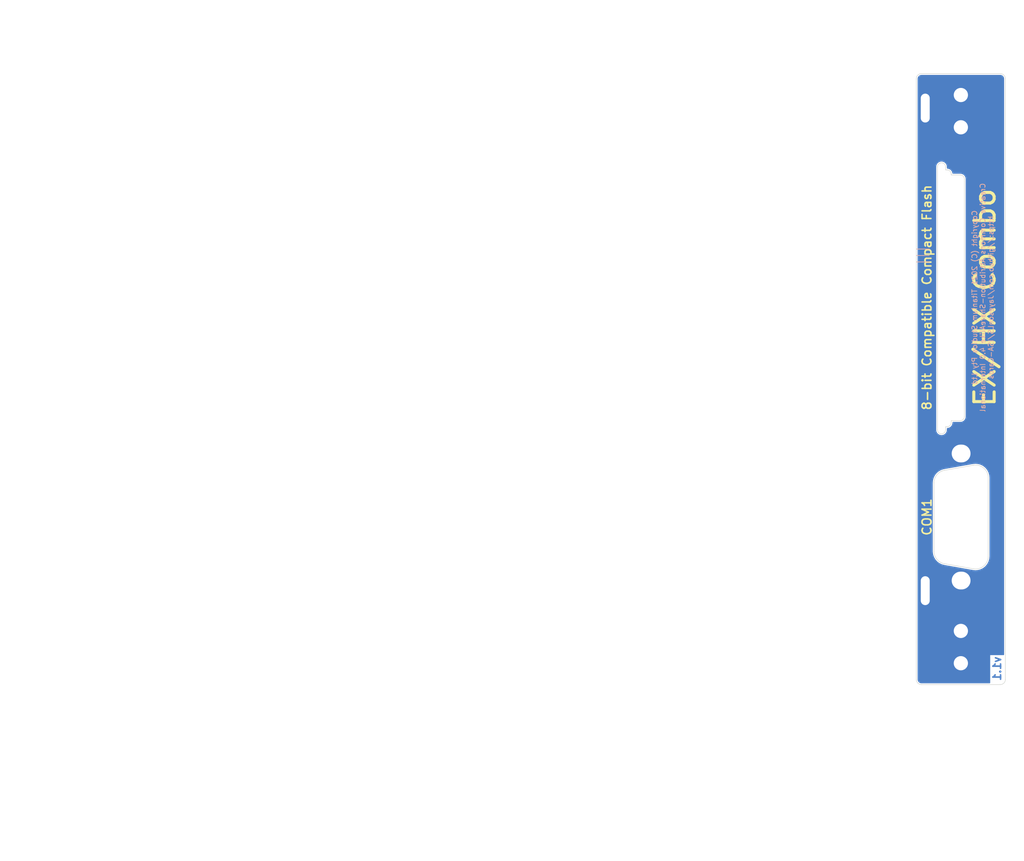
<source format=kicad_pcb>
(kicad_pcb (version 20171130) (host pcbnew "(5.1.9)-1")

  (general
    (thickness 1.6)
    (drawings 100)
    (tracks 0)
    (zones 0)
    (modules 7)
    (nets 2)
  )

  (page A4)
  (layers
    (0 F.Cu signal)
    (31 B.Cu signal)
    (32 B.Adhes user)
    (33 F.Adhes user)
    (34 B.Paste user)
    (35 F.Paste user)
    (36 B.SilkS user)
    (37 F.SilkS user)
    (38 B.Mask user)
    (39 F.Mask user)
    (40 Dwgs.User user)
    (41 Cmts.User user)
    (42 Eco1.User user)
    (43 Eco2.User user)
    (44 Edge.Cuts user)
    (45 Margin user)
    (46 B.CrtYd user)
    (47 F.CrtYd user)
    (48 B.Fab user)
    (49 F.Fab user)
  )

  (setup
    (last_trace_width 0.3)
    (user_trace_width 0.249999)
    (user_trace_width 0.25)
    (user_trace_width 0.3)
    (user_trace_width 0.5)
    (user_trace_width 0.6)
    (user_trace_width 0.8)
    (user_trace_width 1)
    (user_trace_width 1.15)
    (user_trace_width 1.325)
    (user_trace_width 1.35)
    (user_trace_width 1.6)
    (user_trace_width 1.7)
    (trace_clearance 0.2)
    (zone_clearance 0.2)
    (zone_45_only no)
    (trace_min 0.2)
    (via_size 0.8)
    (via_drill 0.4)
    (via_min_size 0.4)
    (via_min_drill 0.3)
    (user_via 0.8 0.4)
    (user_via 1 0.6)
    (uvia_size 0.3)
    (uvia_drill 0.1)
    (uvias_allowed no)
    (uvia_min_size 0.2)
    (uvia_min_drill 0.1)
    (edge_width 0.1)
    (segment_width 0.2)
    (pcb_text_width 0.3)
    (pcb_text_size 1.5 1.5)
    (mod_edge_width 0.15)
    (mod_text_size 1 1)
    (mod_text_width 0.15)
    (pad_size 6.28 2.36)
    (pad_drill 5.68)
    (pad_to_mask_clearance 0)
    (aux_axis_origin 0 0)
    (grid_origin 218.44 124.46)
    (visible_elements 7FFFFFFF)
    (pcbplotparams
      (layerselection 0x010f0_fffffffe)
      (usegerberextensions true)
      (usegerberattributes true)
      (usegerberadvancedattributes true)
      (creategerberjobfile false)
      (excludeedgelayer true)
      (linewidth 0.100000)
      (plotframeref false)
      (viasonmask false)
      (mode 1)
      (useauxorigin false)
      (hpglpennumber 1)
      (hpglpenspeed 20)
      (hpglpendiameter 15.000000)
      (psnegative false)
      (psa4output false)
      (plotreference true)
      (plotvalue true)
      (plotinvisibletext false)
      (padsonsilk false)
      (subtractmaskfromsilk false)
      (outputformat 1)
      (mirror false)
      (drillshape 0)
      (scaleselection 1)
      (outputdirectory "Gerber/"))
  )

  (net 0 "")
  (net 1 GND)

  (net_class Default "This is the default net class."
    (clearance 0.2)
    (trace_width 0.3)
    (via_dia 0.8)
    (via_drill 0.4)
    (uvia_dia 0.3)
    (uvia_drill 0.1)
  )

  (net_class Crystal ""
    (clearance 0.26)
    (trace_width 0.25)
    (via_dia 0.8)
    (via_drill 0.4)
    (uvia_dia 0.3)
    (uvia_drill 0.1)
  )

  (net_class "High V Power" ""
    (clearance 0.26)
    (trace_width 0.5)
    (via_dia 1)
    (via_drill 0.6)
    (uvia_dia 0.3)
    (uvia_drill 0.1)
  )

  (net_class Power ""
    (clearance 0.2)
    (trace_width 0.5)
    (via_dia 1)
    (via_drill 0.6)
    (uvia_dia 0.3)
    (uvia_drill 0.1)
    (add_net GND)
  )

  (module 00Custom:AlignmentHole (layer F.Cu) (tedit 61502BB2) (tstamp 611A231B)
    (at 254.48 134.5 90)
    (descr "Hole for fitting PCB tab at right angles.")
    (path /61187FCA)
    (fp_text reference H5 (at 7.62 0 90) (layer F.SilkS) hide
      (effects (font (size 1 1) (thickness 0.15)))
    )
    (fp_text value AlignmentHole_Pad (at 0 -2.54 90) (layer F.Fab)
      (effects (font (size 1 1) (thickness 0.15)))
    )
    (fp_line (start 2.04 0) (end -2.04 0) (layer B.Mask) (width 3))
    (pad 1 thru_hole oval (at 0 0 90) (size 6.28 2.36) (drill oval 5.68 1.76) (layers B.Cu)
      (net 1 GND))
  )

  (module 00Custom:AlignmentHole (layer F.Cu) (tedit 61502779) (tstamp 615027CD)
    (at 254.48 39.58 90)
    (descr "Hole for fitting PCB tab at right angles.")
    (path /611C6C9E)
    (fp_text reference H6 (at 7.62 0 90) (layer F.SilkS) hide
      (effects (font (size 1 1) (thickness 0.15)))
    )
    (fp_text value AlignmentHole_Pad (at 0 -2.54 90) (layer F.Fab)
      (effects (font (size 1 1) (thickness 0.15)))
    )
    (fp_line (start 2.04 0) (end -2.04 0) (layer B.Mask) (width 3))
    (pad 1 thru_hole oval (at 0 0 90) (size 6.28 2.36) (drill oval 5.68 1.76) (layers B.Cu)
      (net 1 GND))
  )

  (module 00Custom:DB9_Face (layer F.Cu) (tedit 6150219C) (tstamp 611A2371)
    (at 255.28 120.015 270)
    (descr "For right angle DB-9 faceplate. Cutout from: https://content.norcomp.net/rohspdfs/Connectors/PanelCutOuts/Panel_Cutout_D-Sub-Single.pdf")
    (path /611975A0)
    (fp_text reference H7 (at 0 0.5 90) (layer F.SilkS) hide
      (effects (font (size 1 1) (thickness 0.15)))
    )
    (fp_text value "DB-9 Faceplate" (at 0 -0.5 90) (layer F.Fab)
      (effects (font (size 1 1) (thickness 0.15)))
    )
    (fp_line (start -9.19197 -2.98504) (end -9.68617 -2.89804) (layer Dwgs.User) (width 0.12))
    (fp_line (start -10.19197 -8.64504) (end -10.68617 -8.55804) (layer Dwgs.User) (width 0.12))
    (fp_line (start 10.19197 -8.64504) (end 10.68617 -8.55804) (layer Dwgs.User) (width 0.12))
    (fp_line (start 9.19197 -2.98504) (end 9.68617 -2.89804) (layer Dwgs.User) (width 0.12))
    (fp_line (start -6.73 -0.92) (end -6.73 -0.42) (layer Dwgs.User) (width 0.12))
    (fp_line (start -6.73 -3.42) (end -6.23 -3.92) (layer Dwgs.User) (width 0.12))
    (fp_line (start -7.73 -9.08) (end -7.23 -8.58) (layer Dwgs.User) (width 0.12))
    (fp_line (start -7.73 -11.58) (end -7.73 -12.08) (layer Dwgs.User) (width 0.12))
    (fp_line (start 7.73 -11.58) (end 7.73 -12.08) (layer Dwgs.User) (width 0.12))
    (fp_line (start 6.73 -0.92) (end 6.73 -0.42) (layer Dwgs.User) (width 0.12))
    (fp_line (start 7.73 -9.08) (end 7.23 -8.58) (layer Dwgs.User) (width 0.12))
    (fp_line (start 6.73 -3.42) (end 6.23 -3.92) (layer Dwgs.User) (width 0.12))
    (fp_line (start 15.875 0) (end -15.875 0) (layer B.CrtYd) (width 0.05))
    (fp_line (start 15.875 -12.7) (end 15.875 0) (layer B.CrtYd) (width 0.05))
    (fp_line (start -15.875 -12.7) (end 15.875 -12.7) (layer B.CrtYd) (width 0.05))
    (fp_line (start -15.875 0) (end -15.875 -12.7) (layer B.CrtYd) (width 0.05))
    (fp_line (start 15.875 0) (end -15.875 0) (layer F.CrtYd) (width 0.05))
    (fp_line (start 15.875 -12.7) (end 15.875 0) (layer F.CrtYd) (width 0.05))
    (fp_line (start -15.875 -12.7) (end 15.875 -12.7) (layer F.CrtYd) (width 0.05))
    (fp_line (start -15.875 0) (end -15.875 -12.7) (layer F.CrtYd) (width 0.05))
    (fp_text user "To make the DB-9 hole, draw quarter circles on theDwgs.User layer usng the provided guides, move them to the edge cuts layer, then join with lines on the edge cuts layer." (at 0 -17.77 90) (layer Cmts.User)
      (effects (font (size 1 1) (thickness 0.15)))
    )
    (pad 1 thru_hole oval (at 12.49426 -6.25 270) (size 4.1 4.3) (drill oval 3.5 3.7) (layers B.Cu)
      (net 1 GND))
    (pad 1 thru_hole oval (at -12.49426 -6.25 270) (size 4.1 4.3) (drill oval 3.5 3.7) (layers B.Cu)
      (net 1 GND))
  )

  (module MountingHole:MountingHole_3.5mm_Pad (layer F.Cu) (tedit 61502300) (tstamp 611A23D6)
    (at 261.48 43.36)
    (descr "Mounting Hole 3.5mm")
    (tags "mounting hole 3.5mm")
    (path /60D6B05B)
    (attr virtual)
    (fp_text reference H2 (at 5.22 -0.18) (layer F.SilkS) hide
      (effects (font (size 1 1) (thickness 0.15)))
    )
    (fp_text value MountingHole_Pad (at 0 4.5) (layer F.Fab)
      (effects (font (size 1 1) (thickness 0.15)))
    )
    (fp_circle (center 0 0) (end 3.5 0) (layer Cmts.User) (width 0.15))
    (fp_text user %R (at 0.3 0) (layer F.Fab)
      (effects (font (size 1 1) (thickness 0.15)))
    )
    (pad 1 thru_hole circle (at 0 0) (size 4 4) (drill 2.8) (layers B.Cu B.Mask)
      (net 1 GND))
  )

  (module MountingHole:MountingHole_3.5mm_Pad (layer F.Cu) (tedit 615022FC) (tstamp 611A23C4)
    (at 261.48 37.01)
    (descr "Mounting Hole 3.5mm")
    (tags "mounting hole 3.5mm")
    (path /60D6AC46)
    (attr virtual)
    (fp_text reference H1 (at 5.22 -0.18) (layer F.SilkS) hide
      (effects (font (size 1 1) (thickness 0.15)))
    )
    (fp_text value MountingHole_Pad (at 0 4.5) (layer F.Fab)
      (effects (font (size 1 1) (thickness 0.15)))
    )
    (fp_circle (center 0 0) (end 3.5 0) (layer Cmts.User) (width 0.15))
    (fp_text user %R (at 0.3 0) (layer F.Fab)
      (effects (font (size 1 1) (thickness 0.15)))
    )
    (pad 1 thru_hole circle (at 0 0) (size 4 4) (drill 2.8) (layers B.Cu B.Mask)
      (net 1 GND))
  )

  (module MountingHole:MountingHole_3.5mm_Pad (layer F.Cu) (tedit 615022EE) (tstamp 611A23AF)
    (at 261.48 142.42)
    (descr "Mounting Hole 3.5mm")
    (tags "mounting hole 3.5mm")
    (path /60D6B4F1)
    (attr virtual)
    (fp_text reference H3 (at 5.22 -0.18) (layer F.SilkS) hide
      (effects (font (size 1 1) (thickness 0.15)))
    )
    (fp_text value MountingHole_Pad (at 0 4.5) (layer F.Fab)
      (effects (font (size 1 1) (thickness 0.15)))
    )
    (fp_circle (center 0 0) (end 3.5 0) (layer Cmts.User) (width 0.15))
    (fp_text user %R (at 0.3 0) (layer F.Fab)
      (effects (font (size 1 1) (thickness 0.15)))
    )
    (pad 1 thru_hole circle (at 0 0) (size 4 4) (drill 2.8) (layers B.Cu B.Mask)
      (net 1 GND))
  )

  (module MountingHole:MountingHole_3.5mm_Pad (layer F.Cu) (tedit 615022F5) (tstamp 611A2349)
    (at 261.48 148.77)
    (descr "Mounting Hole 3.5mm")
    (tags "mounting hole 3.5mm")
    (path /60D9AE58)
    (attr virtual)
    (fp_text reference H4 (at 5.22 -0.18) (layer F.SilkS) hide
      (effects (font (size 1 1) (thickness 0.15)))
    )
    (fp_text value MountingHole_Pad (at 0 4.5) (layer F.Fab)
      (effects (font (size 1 1) (thickness 0.15)))
    )
    (fp_circle (center 0 0) (end 3.5 0) (layer Cmts.User) (width 0.15))
    (fp_text user %R (at 0.3 0) (layer F.Fab)
      (effects (font (size 1 1) (thickness 0.15)))
    )
    (pad 1 thru_hole circle (at 0 0) (size 4 4) (drill 2.8) (layers B.Cu B.Mask)
      (net 1 GND))
  )

  (gr_poly (pts (xy 271.78 153.67) (xy 251.46 153.67) (xy 251.46 26.67) (xy 271.78 26.67)) (layer F.Mask) (width 0.1))
  (gr_line (start 244.54 37.54) (end 244.54 41.62) (layer Eco1.User) (width 0.1) (tstamp 61169710))
  (gr_poly (pts (xy 268.2875 136.0805) (xy 254.9525 136.0805) (xy 254.9525 103.9495) (xy 268.2875 103.9495)) (layer B.Mask) (width 0.1))
  (gr_line (start 256.88 102.86) (end 256.88 51.14) (layer Edge.Cuts) (width 0.1) (tstamp 6150810E))
  (gr_line (start 262.18 53.54) (end 262.18 100.26) (layer Edge.Cuts) (width 0.1) (tstamp 6150810D))
  (gr_line (start 266.860096 127.745835) (end 266.86 112.285) (layer Edge.Cuts) (width 0.1) (tstamp 6150806E))
  (gr_line (start 258.26588 129.207019) (end 263.925041 130.206969) (layer Edge.Cuts) (width 0.1) (tstamp 6150806D))
  (gr_line (start 256.199904 113.285835) (end 256.2 126.745) (layer Edge.Cuts) (width 0.1) (tstamp 6150806C))
  (gr_line (start 263.92588 109.822981) (end 258.265041 110.823031) (layer Edge.Cuts) (width 0.1) (tstamp 6150806B))
  (gr_arc (start 264.36 127.745) (end 263.925041 130.206969) (angle -100) (layer Edge.Cuts) (width 0.1))
  (gr_arc (start 258.7 126.745) (end 256.2 126.745) (angle -80) (layer Edge.Cuts) (width 0.1))
  (gr_arc (start 258.7 113.285) (end 258.265041 110.823031) (angle -80) (layer Edge.Cuts) (width 0.1))
  (gr_arc (start 264.36 112.285) (end 266.86 112.285) (angle -100) (layer Edge.Cuts) (width 0.1))
  (gr_text v1.1 (at 268.605 152.4 90) (layer B.Cu)
    (effects (font (size 1.5 1.5) (thickness 0.3)) (justify right mirror))
  )
  (gr_line (start 258.78 102.26) (end 258.48 102.26) (layer Edge.Cuts) (width 0.1) (tstamp 6150688E))
  (gr_arc (start 257.68 102.86) (end 256.88 102.86) (angle -180) (layer Edge.Cuts) (width 0.1))
  (gr_arc (start 258.78 101.46) (end 258.78 102.26) (angle -90) (layer Edge.Cuts) (width 0.1))
  (gr_arc (start 261.38 100.26) (end 261.38 101.06) (angle -90) (layer Edge.Cuts) (width 0.1))
  (gr_arc (start 261.38 53.54) (end 262.18 53.54) (angle -90) (layer Edge.Cuts) (width 0.1))
  (gr_line (start 259.58 52.54) (end 259.58 52.74) (layer Edge.Cuts) (width 0.1) (tstamp 61506850))
  (gr_line (start 258.48 51.74) (end 258.78 51.74) (layer Edge.Cuts) (width 0.1) (tstamp 6150684F))
  (gr_arc (start 258.78 52.54) (end 259.58 52.54) (angle -90) (layer Edge.Cuts) (width 0.1))
  (gr_arc (start 257.68 51.14) (end 258.48 51.14) (angle -180) (layer Edge.Cuts) (width 0.1))
  (gr_arc (start 269.23 33.81) (end 270.23 33.81) (angle -90) (layer Edge.Cuts) (width 0.1))
  (gr_arc (start 269.23 151.97) (end 269.23 152.97) (angle -90) (layer Edge.Cuts) (width 0.1))
  (gr_arc (start 253.73 151.97) (end 252.73 151.97) (angle -90) (layer Edge.Cuts) (width 0.1))
  (gr_arc (start 253.73 33.81) (end 253.73 32.81) (angle -90) (layer Edge.Cuts) (width 0.1))
  (gr_line (start 270.23 151.97) (end 270.23 33.81) (layer Edge.Cuts) (width 0.1) (tstamp 611CCADA))
  (gr_line (start 243.24 37.54) (end 120.03 37.54) (layer Eco1.User) (width 0.1) (tstamp 611CCAD9))
  (gr_text "Copyright (C) 2021 Titanium Studios Pty Ltd\nCreative Commons Attribution-ShareAlike 4.0 International\nhttps://github.com/JayesonLS/ISA-Cards" (at 265.785 76.835 90) (layer B.SilkS) (tstamp 611A9C25)
    (effects (font (size 1 1) (thickness 0.15)) (justify mirror))
  )
  (gr_line (start 252.73 33.81) (end 252.73 151.97) (layer Edge.Cuts) (width 0.1) (tstamp 611A22FC))
  (gr_line (start 243.24 103.902) (end 243.24 45.032) (layer Eco1.User) (width 0.1) (tstamp 611A2412))
  (gr_line (start 252.73 69.85) (end 255.27 69.85) (layer B.SilkS) (width 0.15) (tstamp 611A22C3))
  (gr_line (start 252.73 67.31) (end 255.27 67.31) (layer B.SilkS) (width 0.15) (tstamp 611A22BD))
  (gr_line (start 252.73 68.58) (end 255.27 68.58) (layer B.SilkS) (width 0.15) (tstamp 611A22C0))
  (gr_text "EX/HX Combo" (at 266.205 76.835 90) (layer F.SilkS) (tstamp 611A22B4)
    (effects (font (size 4 4) (thickness 0.6)))
  )
  (gr_text "8-bit Compatible Compact Flash" (at 254.805 76.835 90) (layer F.SilkS) (tstamp 611A22AE)
    (effects (font (size 1.75 1.75) (thickness 0.3)))
  )
  (gr_text COM1 (at 254.805 120.015 90) (layer F.SilkS) (tstamp 611A22B1)
    (effects (font (size 1.75 1.75) (thickness 0.3)))
  )
  (gr_line (start 243.24 37.54) (end 243.24 37.952) (layer Eco1.User) (width 0.1) (tstamp 61168743))
  (gr_arc (start 243.24 42.12) (end 243.24 41.62) (angle -180) (layer Eco1.User) (width 0.1) (tstamp 6116870B))
  (gr_line (start 243.24 129.048) (end 243.24 110.982) (layer Eco1.User) (width 0.1) (tstamp 611686C8))
  (gr_arc (start 243.24 131.96) (end 243.24 131.46) (angle -180) (layer Eco1.User) (width 0.1) (tstamp 61168676))
  (gr_line (start 243.24 37.54) (end 244.54 37.54) (layer Eco1.User) (width 0.1) (tstamp 611696FC))
  (gr_line (start 244.54 136.54) (end 244.54 132.46) (layer Eco1.User) (width 0.1) (tstamp 611696F3))
  (gr_line (start 243.24 132.46) (end 244.54 132.46) (layer Eco1.User) (width 0.1) (tstamp 611696E8))
  (gr_line (start 259.58 101.06) (end 259.58 101.46) (layer Edge.Cuts) (width 0.1) (tstamp 611A22F3))
  (gr_line (start 258.48 51.74) (end 258.48 51.14) (layer Edge.Cuts) (width 0.1) (tstamp 611A22ED))
  (gr_line (start 258.48 102.86) (end 258.48 102.26) (layer Edge.Cuts) (width 0.1) (tstamp 611A22EA))
  (gr_line (start 259.58 52.74) (end 261.38 52.74) (layer Edge.Cuts) (width 0.1) (tstamp 611A23E9))
  (gr_line (start 259.58 101.06) (end 261.38 101.06) (layer Edge.Cuts) (width 0.1) (tstamp 611A23E6))
  (gr_line (start 189.23 55.88) (end 190.5 54.61) (layer Cmts.User) (width 0.15))
  (gr_line (start 187.96 54.61) (end 189.23 55.88) (layer Cmts.User) (width 0.15) (tstamp 60D623A5))
  (gr_line (start 189.23 26.67) (end 189.23 55.88) (layer Cmts.User) (width 0.15))
  (gr_text "On the HX, there is a screw thread poking \nup here. It will not touch the board, however \nit is taller than the insulated metal shield, \nso avoid using any through hole pads here." (at 210.82 22.86) (layer Cmts.User)
    (effects (font (size 1 1) (thickness 0.15)) (justify right))
  )
  (gr_line (start 244.54 136.54) (end 120.03 136.54) (layer Eco1.User) (width 0.1))
  (dimension 17.5 (width 0.15) (layer Dwgs.User) (tstamp 611A2303)
    (gr_text "17.500 mm" (at 261.48 19.02) (layer Dwgs.User) (tstamp 611A2303)
      (effects (font (size 1 1) (thickness 0.15)))
    )
    (feature1 (pts (xy 270.23 27.46) (xy 270.23 19.733579)))
    (feature2 (pts (xy 252.73 27.46) (xy 252.73 19.733579)))
    (crossbar (pts (xy 252.73 20.32) (xy 270.23 20.32)))
    (arrow1a (pts (xy 270.23 20.32) (xy 269.103496 20.906421)))
    (arrow1b (pts (xy 270.23 20.32) (xy 269.103496 19.733579)))
    (arrow2a (pts (xy 252.73 20.32) (xy 253.856504 20.906421)))
    (arrow2b (pts (xy 252.73 20.32) (xy 253.856504 19.733579)))
  )
  (dimension 124.51 (width 0.15) (layer Dwgs.User)
    (gr_text "124.510 mm" (at 182.285 160.05) (layer Dwgs.User)
      (effects (font (size 1 1) (thickness 0.15)))
    )
    (feature1 (pts (xy 244.54 137.92) (xy 244.54 159.336421)))
    (feature2 (pts (xy 120.03 137.92) (xy 120.03 159.336421)))
    (crossbar (pts (xy 120.03 158.75) (xy 244.54 158.75)))
    (arrow1a (pts (xy 244.54 158.75) (xy 243.413496 159.336421)))
    (arrow1b (pts (xy 244.54 158.75) (xy 243.413496 158.163579)))
    (arrow2a (pts (xy 120.03 158.75) (xy 121.156504 159.336421)))
    (arrow2b (pts (xy 120.03 158.75) (xy 121.156504 158.163579)))
  )
  (gr_text "Board may extend 6mm into these voids around the board supports," (at 162.56 33.02) (layer Cmts.User)
    (effects (font (size 1 1) (thickness 0.15)))
  )
  (gr_line (start 243.24 41.62) (end 244.54 41.62) (layer Eco1.User) (width 0.1))
  (gr_line (start 91.84 142.54) (end 242.84 142.54) (layer Dwgs.User) (width 0.15) (tstamp 60CF523A))
  (gr_line (start 230.84 141.04) (end 242.84 141.04) (layer Dwgs.User) (width 0.15))
  (gr_line (start 230.84 146.04) (end 230.84 141.04) (layer Dwgs.User) (width 0.15))
  (gr_line (start 115.84 146.04) (end 230.84 146.04) (layer Dwgs.User) (width 0.15))
  (gr_line (start 120.03 136.54) (end 120.03 37.54) (layer Eco1.User) (width 0.1))
  (gr_text "Where PCB aligns with bracket." (at 254.48 83.82 90) (layer Cmts.User)
    (effects (font (size 1 1) (thickness 0.15)))
  )
  (gr_line (start 255.28 27.46) (end 255.28 151.97) (layer Dwgs.User) (width 0.15) (tstamp 611A2314))
  (gr_line (start 253.68 27.46) (end 253.68 151.97) (layer Dwgs.User) (width 0.15) (tstamp 611A230B))
  (gr_text "These small markers show where connectors can \nprotrude through the back plate without hitting the \nedge of the EX/HX case, for each of the 3 hole positions" (at 247.65 138.43 90) (layer Cmts.User)
    (effects (font (size 1 1) (thickness 0.15)))
  )
  (gr_line (start 253.73 152.97) (end 269.23 152.97) (layer Edge.Cuts) (width 0.1) (tstamp 611A2311))
  (gr_line (start 253.73 32.81) (end 269.23 32.81) (layer Edge.Cuts) (width 0.1) (tstamp 611A2308))
  (gr_line (start 109.44 31.04) (end 87.63 31.04) (layer Dwgs.User) (width 0.15))
  (gr_line (start 109.44 37.04) (end 109.44 31.04) (layer Dwgs.User) (width 0.15) (tstamp 60D1C746))
  (gr_line (start 216.84 37.04) (end 216.84 35.08) (layer Dwgs.User) (width 0.15) (tstamp 60D1C713))
  (gr_line (start 131.14 37.04) (end 131.14 35.08) (layer Dwgs.User) (width 0.15) (tstamp 60D1C6A2))
  (gr_line (start 195.14 37.04) (end 195.14 35.08) (layer Dwgs.User) (width 0.15))
  (gr_text "Maxium recommended length. \nThis will almost reach the ROM \nwhen a SmartWatch is fitted in an HX.\nTall components this far back will hit \nthe top of the case when the board is\nin the top position." (at 77.47 91.44 90) (layer Cmts.User)
    (effects (font (size 1 1) (thickness 0.15)))
  )
  (gr_line (start 82.84 142.54) (end 82.84 37.04) (layer Dwgs.User) (width 0.15) (tstamp 60CF4017))
  (gr_line (start 224.84 35.08) (end 224.84 136.77) (layer Dwgs.User) (width 0.15) (tstamp 6116B676))
  (gr_text "When in the bottom board position, there \nis a plastic structure and screw under this \narea. Traces and fill will be fine within the \narea, however, avoid any through hole pads." (at 214.63 33.02) (layer Cmts.User)
    (effects (font (size 1 1) (thickness 0.15)))
  )
  (gr_circle (center 189.64 56.54) (end 191.34 56.54) (layer Dwgs.User) (width 0.15) (tstamp 60CF3FCF))
  (gr_line (start 127.14 48.04) (end 129.14 48.04) (layer Dwgs.User) (width 0.15) (tstamp 60CF3C83))
  (gr_line (start 113.44 42.24) (end 127.14 42.24) (layer Dwgs.User) (width 0.15) (tstamp 60CF3C80))
  (gr_line (start 111.44 48.04) (end 113.44 48.04) (layer Dwgs.User) (width 0.15) (tstamp 60CF3C7E))
  (gr_line (start 113.44 48.04) (end 113.44 42.24) (layer Dwgs.User) (width 0.15) (tstamp 60CF3C61))
  (gr_line (start 129.14 37.54) (end 129.14 48.04) (layer Dwgs.User) (width 0.15) (tstamp 60CF3BBC))
  (gr_line (start 111.44 37.54) (end 111.44 48.04) (layer Dwgs.User) (width 0.15) (tstamp 60CF3BB9))
  (gr_line (start 127.14 48.04) (end 127.14 42.24) (layer Dwgs.User) (width 0.15) (tstamp 60CF3BB8))
  (gr_line (start 199.14 48.04) (end 197.14 48.04) (layer Dwgs.User) (width 0.15) (tstamp 60CF3BA2))
  (gr_line (start 212.84 42.24) (end 199.14 42.24) (layer Dwgs.User) (width 0.15) (tstamp 60CF3BA0))
  (gr_line (start 214.84 48.04) (end 212.84 48.04) (layer Dwgs.User) (width 0.15) (tstamp 60CF3B9E))
  (gr_line (start 199.14 48.04) (end 199.14 42.24) (layer Dwgs.User) (width 0.15) (tstamp 60CF3956))
  (gr_line (start 197.14 37.54) (end 197.14 48.04) (layer Dwgs.User) (width 0.15) (tstamp 60CF394B))
  (gr_line (start 212.84 48.04) (end 212.84 42.24) (layer Dwgs.User) (width 0.15))
  (gr_line (start 214.84 37.54) (end 214.84 48.04) (layer Dwgs.User) (width 0.15))
  (gr_line (start 244.84 151.97) (end 243.24 151.97) (layer Dwgs.User) (width 0.15) (tstamp 60CF61BC))
  (gr_line (start 243.24 35.08) (end 243.24 151.97) (layer Dwgs.User) (width 0.15))
  (gr_line (start 244.84 35.08) (end 244.84 151.97) (layer Dwgs.User) (width 0.15))
  (gr_text "Tandy DMA/Memory PCB outline (approx)." (at 108.204 141.478) (layer Cmts.User)
    (effects (font (size 1 1) (thickness 0.15)))
  )
  (gr_text "Rob Krenecki's 3in1 PCB outline (approx)." (at 132.588 145.034) (layer Cmts.User)
    (effects (font (size 1 1) (thickness 0.15)))
  )
  (gr_line (start 242.84 142.54) (end 242.84 35.08) (layer Dwgs.User) (width 0.15) (tstamp 60CF5A3D))

  (zone (net 1) (net_name GND) (layer B.Cu) (tstamp 61506C0A) (hatch edge 0.508)
    (connect_pads yes (clearance 0.2))
    (min_thickness 0.254)
    (fill yes (arc_segments 32) (thermal_gap 0.508) (thermal_bridge_width 0.508))
    (polygon
      (pts
        (xy 271.78 153.67) (xy 251.46 153.67) (xy 251.46 26.67) (xy 271.78 26.67)
      )
    )
    (filled_polygon
      (pts
        (xy 269.350656 33.200639) (xy 269.466722 33.235681) (xy 269.573764 33.292597) (xy 269.667714 33.369221) (xy 269.74499 33.462631)
        (xy 269.802654 33.569279) (xy 269.838504 33.68509) (xy 269.853001 33.823018) (xy 269.853 147.058714) (xy 267.123 147.058714)
        (xy 267.123 152.593) (xy 253.748442 152.593) (xy 253.609341 152.579361) (xy 253.49328 152.544319) (xy 253.386239 152.487405)
        (xy 253.292288 152.410781) (xy 253.215009 152.317368) (xy 253.157346 152.210722) (xy 253.121496 152.094909) (xy 253.107 151.956991)
        (xy 253.107 113.267319) (xy 255.822904 113.267319) (xy 255.823001 126.744992) (xy 255.823 126.745001) (xy 255.823001 126.745124)
        (xy 255.823001 126.763521) (xy 255.823259 126.766138) (xy 255.824012 126.820069) (xy 255.826067 126.838393) (xy 255.826325 126.856827)
        (xy 255.826948 126.862055) (xy 255.8881 127.346122) (xy 255.89566 127.379398) (xy 255.902774 127.412865) (xy 255.904401 127.417872)
        (xy 256.058411 127.880842) (xy 256.072308 127.912055) (xy 256.085769 127.943463) (xy 256.088337 127.948058) (xy 256.329338 128.372297)
        (xy 256.349023 128.400201) (xy 256.368339 128.428412) (xy 256.371751 128.432421) (xy 256.690565 128.80177) (xy 256.715304 128.825328)
        (xy 256.739722 128.84924) (xy 256.743848 128.85251) (xy 257.12833 129.1529) (xy 257.157162 129.171198) (xy 257.185772 129.189919)
        (xy 257.190453 129.192325) (xy 257.625959 129.412314) (xy 257.657789 129.42466) (xy 257.689496 129.43747) (xy 257.694556 129.438921)
        (xy 258.164498 129.570131) (xy 258.164503 129.570132) (xy 258.182046 129.575045) (xy 263.877678 130.58144) (xy 263.894711 130.582749)
        (xy 264.344947 130.620708) (xy 264.377771 130.62026) (xy 264.410662 130.620501) (xy 264.415901 130.619989) (xy 264.901178 130.569148)
        (xy 264.934637 130.562291) (xy 264.968218 130.555897) (xy 264.973258 130.554377) (xy 265.439418 130.410247) (xy 265.470902 130.397024)
        (xy 265.502607 130.384227) (xy 265.507256 130.381757) (xy 265.936544 130.149827) (xy 265.964837 130.130757) (xy 265.993475 130.11203)
        (xy 265.997555 130.108704) (xy 266.373619 129.79781) (xy 266.397711 129.773565) (xy 266.422125 129.749673) (xy 266.425482 129.745618)
        (xy 266.733996 129.367599) (xy 266.752905 129.339159) (xy 266.772227 129.310959) (xy 266.774733 129.306329) (xy 267.003948 128.875587)
        (xy 267.016977 128.844007) (xy 267.030451 128.812598) (xy 267.032009 128.80757) (xy 267.173193 128.34051) (xy 267.17984 128.306999)
        (xy 267.186956 128.273573) (xy 267.187508 128.268338) (xy 267.235284 127.782749) (xy 267.237096 127.764351) (xy 267.236999 112.266479)
        (xy 267.235329 112.249519) (xy 267.194376 111.799534) (xy 267.18822 111.767264) (xy 267.182739 111.734859) (xy 267.181324 111.729788)
        (xy 267.046837 111.260774) (xy 267.03426 111.229008) (xy 267.022124 111.197062) (xy 267.019751 111.192363) (xy 266.796726 110.758404)
        (xy 266.778233 110.729709) (xy 266.760109 110.700705) (xy 266.756868 110.696557) (xy 266.453801 110.314182) (xy 266.430082 110.289621)
        (xy 266.406675 110.264695) (xy 266.40269 110.261255) (xy 266.031125 109.945028) (xy 266.003068 109.925528) (xy 265.975284 109.905637)
        (xy 265.970707 109.903036) (xy 265.544796 109.665003) (xy 265.513492 109.651326) (xy 265.482367 109.637208) (xy 265.477376 109.635547)
        (xy 265.47737 109.635545) (xy 265.013339 109.484772) (xy 264.979967 109.477435) (xy 264.9467 109.469632) (xy 264.941479 109.468972)
        (xy 264.941477 109.468972) (xy 264.456994 109.411201) (xy 264.422851 109.410486) (xy 264.388684 109.409293) (xy 264.383433 109.40966)
        (xy 263.896957 109.447092) (xy 263.896946 109.447094) (xy 263.87853 109.448509) (xy 258.199452 110.451781) (xy 258.199451 110.451781)
        (xy 258.199435 110.451784) (xy 258.181219 110.455002) (xy 258.17868 110.455713) (xy 258.1257 110.465838) (xy 258.108017 110.471049)
        (xy 258.089905 110.47451) (xy 258.084866 110.476033) (xy 257.618802 110.620474) (xy 257.587286 110.633735) (xy 257.55563 110.646537)
        (xy 257.550983 110.649009) (xy 257.121851 110.881225) (xy 257.093541 110.900335) (xy 257.064944 110.919062) (xy 257.060866 110.92239)
        (xy 256.685011 111.233536) (xy 256.660936 111.257796) (xy 256.636538 111.281705) (xy 256.633183 111.285762) (xy 256.324921 111.663985)
        (xy 256.306018 111.692457) (xy 256.286727 111.720652) (xy 256.284228 111.725279) (xy 256.284225 111.725283) (xy 256.284225 111.725284)
        (xy 256.055298 112.156179) (xy 256.042293 112.187761) (xy 256.028837 112.219186) (xy 256.027282 112.224215) (xy 255.88641 112.691371)
        (xy 255.879782 112.724902) (xy 255.872692 112.758316) (xy 255.872143 112.763551) (xy 255.824691 113.249171) (xy 255.822904 113.267319)
        (xy 253.107 113.267319) (xy 253.107 102.878518) (xy 256.503 102.878518) (xy 256.504878 102.897584) (xy 256.504878 102.907959)
        (xy 256.505428 102.913194) (xy 256.522832 103.068353) (xy 256.529935 103.101772) (xy 256.536573 103.135294) (xy 256.538129 103.140322)
        (xy 256.585339 103.289147) (xy 256.59879 103.32053) (xy 256.61182 103.352144) (xy 256.614324 103.356774) (xy 256.689541 103.493594)
        (xy 256.708852 103.521797) (xy 256.727755 103.550249) (xy 256.731103 103.554296) (xy 256.731109 103.554304) (xy 256.731116 103.55431)
        (xy 256.831471 103.673909) (xy 256.855862 103.697794) (xy 256.87996 103.722061) (xy 256.88404 103.725389) (xy 257.005719 103.823221)
        (xy 257.0343 103.841924) (xy 257.062639 103.861038) (xy 257.067286 103.86351) (xy 257.205652 103.935846) (xy 257.237362 103.948658)
        (xy 257.268832 103.961886) (xy 257.273871 103.963408) (xy 257.423652 104.007491) (xy 257.457208 104.013892) (xy 257.490687 104.020764)
        (xy 257.495926 104.021278) (xy 257.651416 104.035429) (xy 257.685586 104.035191) (xy 257.719755 104.035429) (xy 257.724994 104.034916)
        (xy 257.880271 104.018595) (xy 257.913719 104.011728) (xy 257.947303 104.005322) (xy 257.952343 104.0038) (xy 258.101492 103.957631)
        (xy 258.132941 103.944411) (xy 258.164675 103.931589) (xy 258.169323 103.929118) (xy 258.306665 103.854857) (xy 258.33498 103.835758)
        (xy 258.363583 103.817041) (xy 258.367662 103.813714) (xy 258.487965 103.714191) (xy 258.512012 103.689975) (xy 258.536456 103.666038)
        (xy 258.539811 103.661982) (xy 258.638491 103.540988) (xy 258.657394 103.512536) (xy 258.676704 103.484334) (xy 258.679208 103.479704)
        (xy 258.752508 103.341847) (xy 258.765519 103.31028) (xy 258.77899 103.278849) (xy 258.780547 103.27382) (xy 258.825674 103.124351)
        (xy 258.832316 103.090807) (xy 258.839414 103.057411) (xy 258.839965 103.052176) (xy 258.855201 102.896789) (xy 258.855201 102.896785)
        (xy 258.857 102.878519) (xy 258.857 102.631552) (xy 258.980271 102.618595) (xy 259.013719 102.611728) (xy 259.047303 102.605322)
        (xy 259.052343 102.6038) (xy 259.201492 102.557631) (xy 259.232941 102.544411) (xy 259.264675 102.531589) (xy 259.269323 102.529118)
        (xy 259.406665 102.454857) (xy 259.43498 102.435758) (xy 259.463583 102.417041) (xy 259.467662 102.413714) (xy 259.587965 102.314191)
        (xy 259.612012 102.289975) (xy 259.636456 102.266038) (xy 259.639811 102.261982) (xy 259.738491 102.140988) (xy 259.757394 102.112536)
        (xy 259.776704 102.084334) (xy 259.779208 102.079704) (xy 259.852508 101.941847) (xy 259.865519 101.91028) (xy 259.87899 101.878849)
        (xy 259.880547 101.87382) (xy 259.925674 101.724351) (xy 259.932316 101.690807) (xy 259.939414 101.657411) (xy 259.939965 101.652176)
        (xy 259.955201 101.496789) (xy 259.955201 101.496785) (xy 259.957 101.478519) (xy 259.957 101.437) (xy 261.398519 101.437)
        (xy 261.414819 101.435395) (xy 261.419755 101.435429) (xy 261.424994 101.434916) (xy 261.580271 101.418595) (xy 261.613719 101.411728)
        (xy 261.647303 101.405322) (xy 261.652343 101.4038) (xy 261.801492 101.357631) (xy 261.832941 101.344411) (xy 261.864675 101.331589)
        (xy 261.869323 101.329118) (xy 262.006665 101.254857) (xy 262.03498 101.235758) (xy 262.063583 101.217041) (xy 262.067662 101.213714)
        (xy 262.187965 101.114191) (xy 262.212012 101.089975) (xy 262.236456 101.066038) (xy 262.239811 101.061982) (xy 262.338491 100.940988)
        (xy 262.357394 100.912536) (xy 262.376704 100.884334) (xy 262.379208 100.879704) (xy 262.452508 100.741847) (xy 262.465519 100.71028)
        (xy 262.47899 100.678849) (xy 262.480547 100.67382) (xy 262.525674 100.524351) (xy 262.532316 100.490807) (xy 262.539414 100.457411)
        (xy 262.539965 100.452176) (xy 262.555201 100.296789) (xy 262.555201 100.296785) (xy 262.557 100.278519) (xy 262.557 53.521481)
        (xy 262.555395 53.505181) (xy 262.555429 53.500245) (xy 262.554916 53.495006) (xy 262.538595 53.339729) (xy 262.531728 53.306281)
        (xy 262.525322 53.272697) (xy 262.5238 53.267657) (xy 262.477631 53.118507) (xy 262.464401 53.087033) (xy 262.451589 53.055325)
        (xy 262.449118 53.050677) (xy 262.374857 52.913335) (xy 262.35574 52.884993) (xy 262.33704 52.856417) (xy 262.333714 52.852337)
        (xy 262.234191 52.732035) (xy 262.209939 52.707952) (xy 262.186037 52.683544) (xy 262.181981 52.680188) (xy 262.060988 52.581509)
        (xy 262.032569 52.562628) (xy 262.004335 52.543296) (xy 261.999704 52.540792) (xy 261.861847 52.467492) (xy 261.830268 52.454476)
        (xy 261.798849 52.44101) (xy 261.79382 52.439453) (xy 261.644351 52.394326) (xy 261.610807 52.387684) (xy 261.577411 52.380586)
        (xy 261.572176 52.380035) (xy 261.416789 52.364799) (xy 261.416785 52.364799) (xy 261.398519 52.363) (xy 259.941041 52.363)
        (xy 259.938595 52.339729) (xy 259.931728 52.306281) (xy 259.925322 52.272697) (xy 259.9238 52.267657) (xy 259.877631 52.118507)
        (xy 259.864401 52.087033) (xy 259.851589 52.055325) (xy 259.849118 52.050677) (xy 259.774857 51.913335) (xy 259.75574 51.884993)
        (xy 259.73704 51.856417) (xy 259.733714 51.852337) (xy 259.634191 51.732035) (xy 259.609939 51.707952) (xy 259.586037 51.683544)
        (xy 259.581981 51.680188) (xy 259.460988 51.581509) (xy 259.432569 51.562628) (xy 259.404335 51.543296) (xy 259.399704 51.540792)
        (xy 259.261847 51.467492) (xy 259.230268 51.454476) (xy 259.198849 51.44101) (xy 259.19382 51.439453) (xy 259.044351 51.394326)
        (xy 259.010807 51.387684) (xy 258.977411 51.380586) (xy 258.972176 51.380035) (xy 258.857 51.368742) (xy 258.857 51.121481)
        (xy 258.855122 51.102415) (xy 258.855122 51.092041) (xy 258.854572 51.086806) (xy 258.837168 50.931647) (xy 258.830066 50.898234)
        (xy 258.823427 50.864706) (xy 258.821871 50.859677) (xy 258.774661 50.710853) (xy 258.761191 50.679425) (xy 258.748179 50.647856)
        (xy 258.745676 50.643225) (xy 258.670459 50.506406) (xy 258.651164 50.478226) (xy 258.632245 50.449751) (xy 258.628889 50.445694)
        (xy 258.528529 50.326091) (xy 258.504155 50.302223) (xy 258.480039 50.277938) (xy 258.47596 50.274611) (xy 258.35428 50.176778)
        (xy 258.325682 50.158064) (xy 258.297361 50.138962) (xy 258.292713 50.13649) (xy 258.154348 50.064154) (xy 258.12265 50.051347)
        (xy 258.091168 50.038114) (xy 258.086129 50.036592) (xy 257.936349 49.992509) (xy 257.902787 49.986107) (xy 257.869314 49.979236)
        (xy 257.864075 49.978722) (xy 257.708584 49.964571) (xy 257.674415 49.964809) (xy 257.640245 49.964571) (xy 257.635006 49.965084)
        (xy 257.479729 49.981405) (xy 257.446281 49.988272) (xy 257.412697 49.994678) (xy 257.407657 49.9962) (xy 257.258507 50.042369)
        (xy 257.227033 50.055599) (xy 257.195325 50.068411) (xy 257.190677 50.070882) (xy 257.053335 50.145143) (xy 257.024993 50.16426)
        (xy 256.996417 50.18296) (xy 256.992337 50.186286) (xy 256.872035 50.285809) (xy 256.847952 50.310061) (xy 256.823544 50.333963)
        (xy 256.820188 50.338019) (xy 256.721509 50.459012) (xy 256.702628 50.487431) (xy 256.683296 50.515665) (xy 256.680792 50.520296)
        (xy 256.607492 50.658153) (xy 256.594476 50.689732) (xy 256.58101 50.721151) (xy 256.579453 50.72618) (xy 256.534326 50.875649)
        (xy 256.527684 50.909193) (xy 256.520586 50.942589) (xy 256.520035 50.947824) (xy 256.504799 51.103211) (xy 256.504799 51.103225)
        (xy 256.503001 51.121481) (xy 256.503 102.878518) (xy 253.107 102.878518) (xy 253.107 33.828442) (xy 253.120639 33.689344)
        (xy 253.155681 33.573278) (xy 253.212597 33.466236) (xy 253.289221 33.372286) (xy 253.382631 33.29501) (xy 253.489279 33.237346)
        (xy 253.60509 33.201496) (xy 253.743009 33.187) (xy 269.211558 33.187)
      )
    )
  )
  (zone (net 1) (net_name GND) (layer F.Cu) (tstamp 61506C07) (hatch edge 0.508)
    (connect_pads yes (clearance 0.2))
    (min_thickness 0.254)
    (fill yes (arc_segments 32) (thermal_gap 0.508) (thermal_bridge_width 0.508))
    (polygon
      (pts
        (xy 271.78 153.67) (xy 251.46 153.67) (xy 251.46 26.67) (xy 271.78 26.67)
      )
    )
  )
)

</source>
